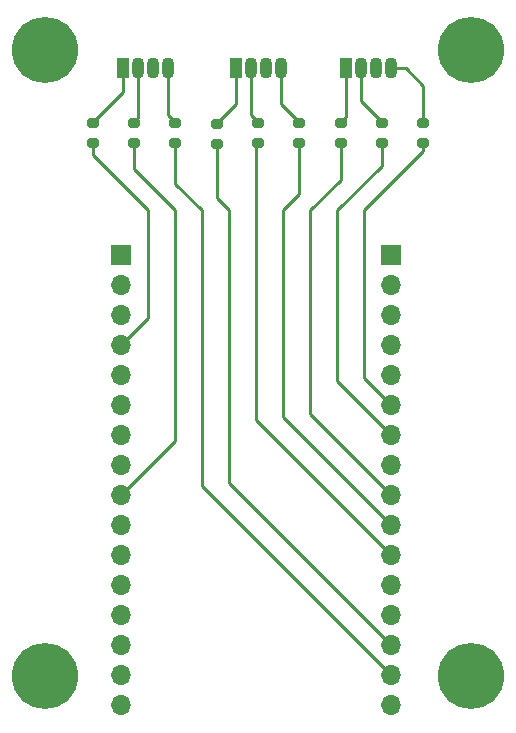
<source format=gbr>
%TF.GenerationSoftware,KiCad,Pcbnew,(6.0.5)*%
%TF.CreationDate,2022-06-18T19:52:53-07:00*%
%TF.ProjectId,garbage-day-indicator,67617262-6167-4652-9d64-61792d696e64,0*%
%TF.SameCoordinates,Original*%
%TF.FileFunction,Copper,L1,Top*%
%TF.FilePolarity,Positive*%
%FSLAX46Y46*%
G04 Gerber Fmt 4.6, Leading zero omitted, Abs format (unit mm)*
G04 Created by KiCad (PCBNEW (6.0.5)) date 2022-06-18 19:52:53*
%MOMM*%
%LPD*%
G01*
G04 APERTURE LIST*
G04 Aperture macros list*
%AMRoundRect*
0 Rectangle with rounded corners*
0 $1 Rounding radius*
0 $2 $3 $4 $5 $6 $7 $8 $9 X,Y pos of 4 corners*
0 Add a 4 corners polygon primitive as box body*
4,1,4,$2,$3,$4,$5,$6,$7,$8,$9,$2,$3,0*
0 Add four circle primitives for the rounded corners*
1,1,$1+$1,$2,$3*
1,1,$1+$1,$4,$5*
1,1,$1+$1,$6,$7*
1,1,$1+$1,$8,$9*
0 Add four rect primitives between the rounded corners*
20,1,$1+$1,$2,$3,$4,$5,0*
20,1,$1+$1,$4,$5,$6,$7,0*
20,1,$1+$1,$6,$7,$8,$9,0*
20,1,$1+$1,$8,$9,$2,$3,0*%
G04 Aperture macros list end*
%TA.AperFunction,SMDPad,CuDef*%
%ADD10RoundRect,0.200000X0.275000X-0.200000X0.275000X0.200000X-0.275000X0.200000X-0.275000X-0.200000X0*%
%TD*%
%TA.AperFunction,ComponentPad*%
%ADD11O,1.700000X1.700000*%
%TD*%
%TA.AperFunction,ComponentPad*%
%ADD12R,1.700000X1.700000*%
%TD*%
%TA.AperFunction,ComponentPad*%
%ADD13C,5.600000*%
%TD*%
%TA.AperFunction,ComponentPad*%
%ADD14O,1.070000X1.800000*%
%TD*%
%TA.AperFunction,ComponentPad*%
%ADD15R,1.070000X1.800000*%
%TD*%
%TA.AperFunction,Conductor*%
%ADD16C,0.250000*%
%TD*%
G04 APERTURE END LIST*
D10*
%TO.P,R9,2*%
%TO.N,Net-(D3-Pad4)*%
X151000000Y-78175000D03*
%TO.P,R9,1*%
%TO.N,/B3*%
X151000000Y-79825000D03*
%TD*%
%TO.P,R8,2*%
%TO.N,Net-(D3-Pad2)*%
X147500000Y-78175000D03*
%TO.P,R8,1*%
%TO.N,/G3*%
X147500000Y-79825000D03*
%TD*%
%TO.P,R7,2*%
%TO.N,Net-(D3-Pad1)*%
X144000000Y-78175000D03*
%TO.P,R7,1*%
%TO.N,/R3*%
X144000000Y-79825000D03*
%TD*%
%TO.P,R6,2*%
%TO.N,Net-(D2-Pad4)*%
X140500000Y-78175000D03*
%TO.P,R6,1*%
%TO.N,/B2*%
X140500000Y-79825000D03*
%TD*%
%TO.P,R5,2*%
%TO.N,Net-(D2-Pad2)*%
X137000000Y-78175000D03*
%TO.P,R5,1*%
%TO.N,/G2*%
X137000000Y-79825000D03*
%TD*%
%TO.P,R4,2*%
%TO.N,Net-(D2-Pad1)*%
X133500000Y-78262500D03*
%TO.P,R4,1*%
%TO.N,/R2*%
X133500000Y-79912500D03*
%TD*%
%TO.P,R3,2*%
%TO.N,Net-(D1-Pad4)*%
X130000000Y-78175000D03*
%TO.P,R3,1*%
%TO.N,/B1*%
X130000000Y-79825000D03*
%TD*%
%TO.P,R2,1*%
%TO.N,/G1*%
X126500000Y-79825000D03*
%TO.P,R2,2*%
%TO.N,Net-(D1-Pad2)*%
X126500000Y-78175000D03*
%TD*%
%TO.P,R1,2*%
%TO.N,Net-(D1-Pad1)*%
X123000000Y-78175000D03*
%TO.P,R1,1*%
%TO.N,/R1*%
X123000000Y-79825000D03*
%TD*%
D11*
%TO.P,J1,16,Pin_16*%
%TO.N,unconnected-(J1-Pad16)*%
X125420000Y-127460000D03*
%TO.P,J1,15,Pin_15*%
%TO.N,unconnected-(J1-Pad15)*%
X125420000Y-124920000D03*
%TO.P,J1,14,Pin_14*%
%TO.N,unconnected-(J1-Pad14)*%
X125420000Y-122380000D03*
%TO.P,J1,13,Pin_13*%
%TO.N,unconnected-(J1-Pad13)*%
X125420000Y-119840000D03*
%TO.P,J1,12,Pin_12*%
%TO.N,unconnected-(J1-Pad12)*%
X125420000Y-117300000D03*
%TO.P,J1,11,Pin_11*%
%TO.N,unconnected-(J1-Pad11)*%
X125420000Y-114760000D03*
%TO.P,J1,10,Pin_10*%
%TO.N,unconnected-(J1-Pad10)*%
X125420000Y-112220000D03*
%TO.P,J1,9,Pin_9*%
%TO.N,/G1*%
X125420000Y-109680000D03*
%TO.P,J1,8,Pin_8*%
%TO.N,unconnected-(J1-Pad8)*%
X125420000Y-107140000D03*
%TO.P,J1,7,Pin_7*%
%TO.N,unconnected-(J1-Pad7)*%
X125420000Y-104600000D03*
%TO.P,J1,6,Pin_6*%
%TO.N,unconnected-(J1-Pad6)*%
X125420000Y-102060000D03*
%TO.P,J1,5,Pin_5*%
%TO.N,unconnected-(J1-Pad5)*%
X125420000Y-99520000D03*
%TO.P,J1,4,Pin_4*%
%TO.N,/R1*%
X125420000Y-96980000D03*
%TO.P,J1,3,Pin_3*%
%TO.N,unconnected-(J1-Pad3)*%
X125420000Y-94440000D03*
%TO.P,J1,2,Pin_2*%
%TO.N,unconnected-(J1-Pad2)*%
X125420000Y-91900000D03*
D12*
%TO.P,J1,1,Pin_1*%
%TO.N,unconnected-(J1-Pad1)*%
X125420000Y-89360000D03*
%TD*%
D13*
%TO.P,H2,1,1*%
%TO.N,GND*%
X155000000Y-72000000D03*
%TD*%
D14*
%TO.P,D2,4,RA*%
%TO.N,Net-(D2-Pad4)*%
X138910000Y-73500000D03*
%TO.P,D2,3,K*%
%TO.N,GND*%
X137640000Y-73500000D03*
%TO.P,D2,2,GA*%
%TO.N,Net-(D2-Pad2)*%
X136370000Y-73500000D03*
D15*
%TO.P,D2,1,BA*%
%TO.N,Net-(D2-Pad1)*%
X135100000Y-73500000D03*
%TD*%
D13*
%TO.P,H4,1,1*%
%TO.N,GND*%
X155000000Y-125000000D03*
%TD*%
D11*
%TO.P,J2,16,Pin_16*%
%TO.N,GND*%
X148280000Y-127460000D03*
%TO.P,J2,15,Pin_15*%
%TO.N,/B1*%
X148280000Y-124920000D03*
%TO.P,J2,14,Pin_14*%
%TO.N,/R2*%
X148280000Y-122380000D03*
%TO.P,J2,13,Pin_13*%
%TO.N,unconnected-(J2-Pad13)*%
X148280000Y-119840000D03*
%TO.P,J2,12,Pin_12*%
%TO.N,unconnected-(J2-Pad12)*%
X148280000Y-117300000D03*
%TO.P,J2,11,Pin_11*%
%TO.N,/G2*%
X148280000Y-114760000D03*
%TO.P,J2,10,Pin_10*%
%TO.N,/B2*%
X148280000Y-112220000D03*
%TO.P,J2,9,Pin_9*%
%TO.N,/R3*%
X148280000Y-109680000D03*
%TO.P,J2,8,Pin_8*%
%TO.N,unconnected-(J2-Pad8)*%
X148280000Y-107140000D03*
%TO.P,J2,7,Pin_7*%
%TO.N,/G3*%
X148280000Y-104600000D03*
%TO.P,J2,6,Pin_6*%
%TO.N,/B3*%
X148280000Y-102060000D03*
%TO.P,J2,5,Pin_5*%
%TO.N,unconnected-(J2-Pad5)*%
X148280000Y-99520000D03*
%TO.P,J2,4,Pin_4*%
%TO.N,unconnected-(J2-Pad4)*%
X148280000Y-96980000D03*
%TO.P,J2,3,Pin_3*%
%TO.N,unconnected-(J2-Pad3)*%
X148280000Y-94440000D03*
%TO.P,J2,2,Pin_2*%
%TO.N,unconnected-(J2-Pad2)*%
X148280000Y-91900000D03*
D12*
%TO.P,J2,1,Pin_1*%
%TO.N,GND*%
X148280000Y-89360000D03*
%TD*%
D14*
%TO.P,D3,4,RA*%
%TO.N,Net-(D3-Pad4)*%
X148270000Y-73500000D03*
%TO.P,D3,3,K*%
%TO.N,GND*%
X147000000Y-73500000D03*
%TO.P,D3,2,GA*%
%TO.N,Net-(D3-Pad2)*%
X145730000Y-73500000D03*
D15*
%TO.P,D3,1,BA*%
%TO.N,Net-(D3-Pad1)*%
X144460000Y-73500000D03*
%TD*%
D14*
%TO.P,D1,4,RA*%
%TO.N,Net-(D1-Pad4)*%
X129410000Y-73500000D03*
%TO.P,D1,3,K*%
%TO.N,GND*%
X128140000Y-73500000D03*
%TO.P,D1,2,GA*%
%TO.N,Net-(D1-Pad2)*%
X126870000Y-73500000D03*
D15*
%TO.P,D1,1,BA*%
%TO.N,Net-(D1-Pad1)*%
X125600000Y-73500000D03*
%TD*%
D13*
%TO.P,H1,1,1*%
%TO.N,GND*%
X119000000Y-72000000D03*
%TD*%
%TO.P,H3,1,1*%
%TO.N,GND*%
X119000000Y-125000000D03*
%TD*%
D16*
%TO.N,/G1*%
X126500000Y-82058000D02*
X126500000Y-79825000D01*
%TO.N,/B3*%
X145994000Y-85550000D02*
X151000000Y-80544000D01*
X151000000Y-80544000D02*
X151000000Y-79912500D01*
%TO.N,/G3*%
X143708000Y-85550000D02*
X147500000Y-81758000D01*
X147500000Y-81758000D02*
X147500000Y-79912500D01*
%TO.N,/R3*%
X141422000Y-85550000D02*
X144000000Y-82972000D01*
X144000000Y-82972000D02*
X144000000Y-79912500D01*
%TO.N,/B2*%
X139136000Y-85550000D02*
X140500000Y-84186000D01*
X140500000Y-84186000D02*
X140500000Y-79912500D01*
%TO.N,/G2*%
X148280000Y-114760000D02*
X136850000Y-103330000D01*
X136850000Y-103330000D02*
X136850000Y-80062500D01*
X136850000Y-80062500D02*
X137000000Y-79912500D01*
%TO.N,/R2*%
X134564000Y-85550000D02*
X133500000Y-84486000D01*
X133500000Y-84486000D02*
X133500000Y-80000000D01*
%TO.N,/B1*%
X132278000Y-85550000D02*
X130000000Y-83272000D01*
X130000000Y-83272000D02*
X130000000Y-79912500D01*
%TO.N,/G1*%
X129992000Y-85550000D02*
X126500000Y-82058000D01*
%TO.N,/R1*%
X127706000Y-85550000D02*
X123000000Y-80844000D01*
X123000000Y-80844000D02*
X123000000Y-79912500D01*
%TO.N,/B1*%
X132278000Y-108918000D02*
X132278000Y-85550000D01*
X148280000Y-124920000D02*
X132278000Y-108918000D01*
%TO.N,/R2*%
X134564000Y-108664000D02*
X134564000Y-85550000D01*
X148280000Y-122380000D02*
X134564000Y-108664000D01*
%TO.N,/B2*%
X139136000Y-103076000D02*
X139136000Y-85550000D01*
X148280000Y-112220000D02*
X139136000Y-103076000D01*
%TO.N,/R3*%
X141422000Y-102822000D02*
X141422000Y-85550000D01*
X148280000Y-109680000D02*
X141422000Y-102822000D01*
%TO.N,/G3*%
X143708000Y-100028000D02*
X143708000Y-85550000D01*
X148280000Y-104600000D02*
X143708000Y-100028000D01*
%TO.N,/B3*%
X145994000Y-99774000D02*
X145994000Y-85550000D01*
X148280000Y-102060000D02*
X145994000Y-99774000D01*
%TO.N,/G1*%
X129992000Y-105108000D02*
X129992000Y-85550000D01*
X125420000Y-109680000D02*
X129992000Y-105108000D01*
%TO.N,/R1*%
X127706000Y-94694000D02*
X127706000Y-85550000D01*
X125420000Y-96980000D02*
X127706000Y-94694000D01*
%TO.N,Net-(D1-Pad1)*%
X123000000Y-78087500D02*
X125600000Y-75487500D01*
X125600000Y-75487500D02*
X125600000Y-73500000D01*
%TO.N,Net-(D1-Pad2)*%
X126500000Y-78087500D02*
X126870000Y-77717500D01*
X126870000Y-77717500D02*
X126870000Y-73500000D01*
%TO.N,Net-(D1-Pad4)*%
X130000000Y-78087500D02*
X129410000Y-77497500D01*
X129410000Y-77497500D02*
X129410000Y-73500000D01*
%TO.N,Net-(D2-Pad1)*%
X133500000Y-78175000D02*
X135100000Y-76575000D01*
X135100000Y-76575000D02*
X135100000Y-73500000D01*
%TO.N,Net-(D2-Pad2)*%
X136370000Y-77457500D02*
X136370000Y-73500000D01*
X137000000Y-78087500D02*
X136370000Y-77457500D01*
%TO.N,Net-(D2-Pad4)*%
X140500000Y-78087500D02*
X138910000Y-76497500D01*
X138910000Y-76497500D02*
X138910000Y-73500000D01*
%TO.N,Net-(D3-Pad1)*%
X144460000Y-77627500D02*
X144000000Y-78087500D01*
X144460000Y-73500000D02*
X144460000Y-77627500D01*
%TO.N,Net-(D3-Pad2)*%
X145730000Y-73500000D02*
X145730000Y-76317500D01*
X145730000Y-76317500D02*
X147500000Y-78087500D01*
%TO.N,Net-(D3-Pad4)*%
X148270000Y-73500000D02*
X149500000Y-73500000D01*
X149500000Y-73500000D02*
X151000000Y-75000000D01*
X151000000Y-75000000D02*
X151000000Y-78087500D01*
%TD*%
M02*

</source>
